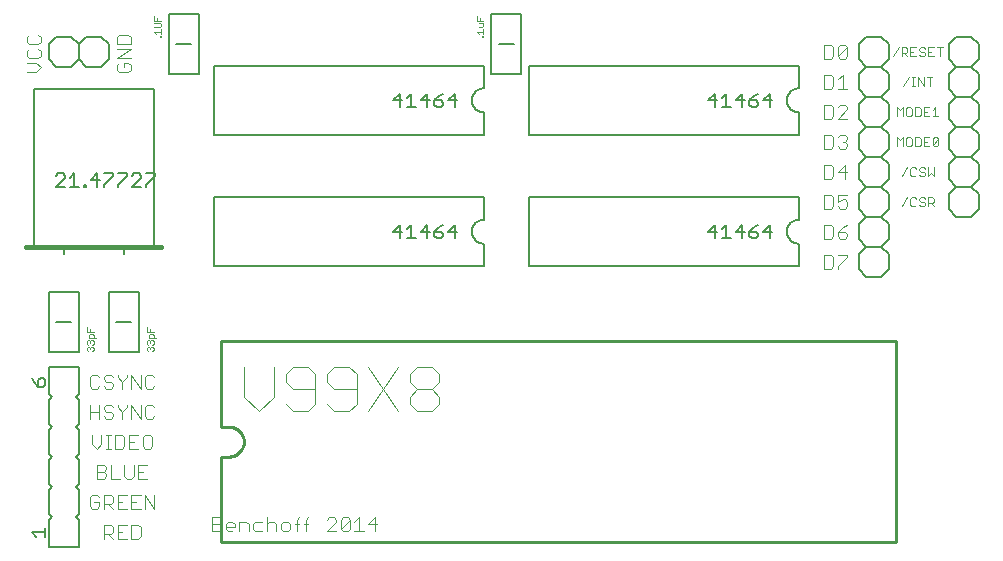
<source format=gto>
G75*
G70*
%OFA0B0*%
%FSLAX24Y24*%
%IPPOS*%
%LPD*%
%AMOC8*
5,1,8,0,0,1.08239X$1,22.5*
%
%ADD10C,0.0040*%
%ADD11C,0.0030*%
%ADD12C,0.0020*%
%ADD13C,0.0100*%
%ADD14C,0.0060*%
%ADD15C,0.0050*%
%ADD16C,0.0160*%
%ADD17C,0.0080*%
D10*
X003014Y001430D02*
X003014Y001890D01*
X003244Y001890D01*
X003321Y001814D01*
X003321Y001660D01*
X003244Y001583D01*
X003014Y001583D01*
X003168Y001583D02*
X003321Y001430D01*
X003475Y001430D02*
X003781Y001430D01*
X003935Y001430D02*
X004165Y001430D01*
X004242Y001507D01*
X004242Y001814D01*
X004165Y001890D01*
X003935Y001890D01*
X003935Y001430D01*
X003628Y001660D02*
X003475Y001660D01*
X003475Y001890D02*
X003475Y001430D01*
X003475Y001890D02*
X003781Y001890D01*
X003781Y002430D02*
X003475Y002430D01*
X003475Y002890D01*
X003781Y002890D01*
X003935Y002890D02*
X003935Y002430D01*
X004242Y002430D01*
X004395Y002430D02*
X004395Y002890D01*
X004702Y002430D01*
X004702Y002890D01*
X004242Y002890D02*
X003935Y002890D01*
X003935Y002660D02*
X004088Y002660D01*
X003628Y002660D02*
X003475Y002660D01*
X003321Y002660D02*
X003244Y002583D01*
X003014Y002583D01*
X003014Y002430D02*
X003014Y002890D01*
X003244Y002890D01*
X003321Y002814D01*
X003321Y002660D01*
X003168Y002583D02*
X003321Y002430D01*
X002861Y002507D02*
X002861Y002660D01*
X002707Y002660D01*
X002554Y002507D02*
X002631Y002430D01*
X002784Y002430D01*
X002861Y002507D01*
X002554Y002507D02*
X002554Y002814D01*
X002631Y002890D01*
X002784Y002890D01*
X002861Y002814D01*
X002784Y003430D02*
X003014Y003430D01*
X003091Y003507D01*
X003091Y003583D01*
X003014Y003660D01*
X002784Y003660D01*
X002784Y003430D02*
X002784Y003890D01*
X003014Y003890D01*
X003091Y003814D01*
X003091Y003737D01*
X003014Y003660D01*
X003244Y003430D02*
X003551Y003430D01*
X003705Y003507D02*
X003781Y003430D01*
X003935Y003430D01*
X004012Y003507D01*
X004012Y003890D01*
X004165Y003890D02*
X004165Y003430D01*
X004472Y003430D01*
X004319Y003660D02*
X004165Y003660D01*
X003705Y003507D02*
X003705Y003890D01*
X004165Y003890D02*
X004472Y003890D01*
X004395Y004430D02*
X004549Y004430D01*
X004626Y004507D01*
X004626Y004814D01*
X004549Y004890D01*
X004395Y004890D01*
X004319Y004814D01*
X004319Y004507D01*
X004395Y004430D01*
X004165Y004430D02*
X003858Y004430D01*
X003858Y004890D01*
X004165Y004890D01*
X004012Y004660D02*
X003858Y004660D01*
X003705Y004507D02*
X003705Y004814D01*
X003628Y004890D01*
X003398Y004890D01*
X003398Y004430D01*
X003628Y004430D01*
X003705Y004507D01*
X003244Y004430D02*
X003091Y004430D01*
X003168Y004430D02*
X003168Y004890D01*
X003244Y004890D02*
X003091Y004890D01*
X002937Y004890D02*
X002937Y004583D01*
X002784Y004430D01*
X002631Y004583D01*
X002631Y004890D01*
X002554Y005430D02*
X002554Y005890D01*
X002554Y005660D02*
X002861Y005660D01*
X003014Y005737D02*
X003014Y005814D01*
X003091Y005890D01*
X003244Y005890D01*
X003321Y005814D01*
X003475Y005814D02*
X003628Y005660D01*
X003628Y005430D01*
X003628Y005660D02*
X003781Y005814D01*
X003781Y005890D01*
X003935Y005890D02*
X004242Y005430D01*
X004242Y005890D01*
X004395Y005814D02*
X004395Y005507D01*
X004472Y005430D01*
X004626Y005430D01*
X004702Y005507D01*
X004702Y005814D02*
X004626Y005890D01*
X004472Y005890D01*
X004395Y005814D01*
X003935Y005890D02*
X003935Y005430D01*
X003321Y005507D02*
X003244Y005430D01*
X003091Y005430D01*
X003014Y005507D01*
X003091Y005660D02*
X003244Y005660D01*
X003321Y005583D01*
X003321Y005507D01*
X003091Y005660D02*
X003014Y005737D01*
X002861Y005890D02*
X002861Y005430D01*
X003475Y005814D02*
X003475Y005890D01*
X003628Y006430D02*
X003628Y006660D01*
X003781Y006814D01*
X003781Y006890D01*
X003935Y006890D02*
X004242Y006430D01*
X004242Y006890D01*
X004395Y006814D02*
X004395Y006507D01*
X004472Y006430D01*
X004626Y006430D01*
X004702Y006507D01*
X004702Y006814D02*
X004626Y006890D01*
X004472Y006890D01*
X004395Y006814D01*
X003935Y006890D02*
X003935Y006430D01*
X003628Y006660D02*
X003475Y006814D01*
X003475Y006890D01*
X003321Y006814D02*
X003244Y006890D01*
X003091Y006890D01*
X003014Y006814D01*
X003014Y006737D01*
X003091Y006660D01*
X003244Y006660D01*
X003321Y006583D01*
X003321Y006507D01*
X003244Y006430D01*
X003091Y006430D01*
X003014Y006507D01*
X002861Y006507D02*
X002784Y006430D01*
X002631Y006430D01*
X002554Y006507D01*
X002554Y006814D01*
X002631Y006890D01*
X002784Y006890D01*
X002861Y006814D01*
X003244Y003890D02*
X003244Y003430D01*
X006616Y002140D02*
X006616Y001680D01*
X006846Y001680D01*
X006923Y001757D01*
X006923Y001833D01*
X006846Y001910D01*
X006616Y001910D01*
X006846Y001910D02*
X006923Y001987D01*
X006923Y002064D01*
X006846Y002140D01*
X006616Y002140D01*
X007076Y001910D02*
X007153Y001987D01*
X007306Y001987D01*
X007383Y001910D01*
X007383Y001833D01*
X007076Y001833D01*
X007076Y001757D02*
X007076Y001910D01*
X007076Y001757D02*
X007153Y001680D01*
X007306Y001680D01*
X007536Y001680D02*
X007536Y001987D01*
X007767Y001987D01*
X007843Y001910D01*
X007843Y001680D01*
X007997Y001757D02*
X008074Y001680D01*
X008304Y001680D01*
X008457Y001680D02*
X008457Y002140D01*
X008534Y001987D02*
X008687Y001987D01*
X008764Y001910D01*
X008764Y001680D01*
X008918Y001757D02*
X008994Y001680D01*
X009148Y001680D01*
X009225Y001757D01*
X009225Y001910D01*
X009148Y001987D01*
X008994Y001987D01*
X008918Y001910D01*
X008918Y001757D01*
X008534Y001987D02*
X008457Y001910D01*
X008304Y001987D02*
X008074Y001987D01*
X007997Y001910D01*
X007997Y001757D01*
X009378Y001910D02*
X009531Y001910D01*
X009685Y001910D02*
X009838Y001910D01*
X009762Y002064D02*
X009762Y001680D01*
X009455Y001680D02*
X009455Y002064D01*
X009531Y002140D01*
X009762Y002064D02*
X009838Y002140D01*
X010452Y002064D02*
X010529Y002140D01*
X010682Y002140D01*
X010759Y002064D01*
X010759Y001987D01*
X010452Y001680D01*
X010759Y001680D01*
X010913Y001757D02*
X011220Y002064D01*
X011220Y001757D01*
X011143Y001680D01*
X010989Y001680D01*
X010913Y001757D01*
X010913Y002064D01*
X010989Y002140D01*
X011143Y002140D01*
X011220Y002064D01*
X011373Y001987D02*
X011527Y002140D01*
X011527Y001680D01*
X011680Y001680D02*
X011373Y001680D01*
X011833Y001910D02*
X012140Y001910D01*
X012064Y001680D02*
X012064Y002140D01*
X011833Y001910D01*
X027034Y010430D02*
X027264Y010430D01*
X027341Y010507D01*
X027341Y010814D01*
X027264Y010890D01*
X027034Y010890D01*
X027034Y010430D01*
X027494Y010430D02*
X027494Y010507D01*
X027801Y010814D01*
X027801Y010890D01*
X027494Y010890D01*
X027571Y011430D02*
X027494Y011507D01*
X027494Y011660D01*
X027725Y011660D01*
X027801Y011583D01*
X027801Y011507D01*
X027725Y011430D01*
X027571Y011430D01*
X027341Y011507D02*
X027341Y011814D01*
X027264Y011890D01*
X027034Y011890D01*
X027034Y011430D01*
X027264Y011430D01*
X027341Y011507D01*
X027494Y011660D02*
X027648Y011814D01*
X027801Y011890D01*
X027725Y012430D02*
X027571Y012430D01*
X027494Y012507D01*
X027341Y012507D02*
X027341Y012814D01*
X027264Y012890D01*
X027034Y012890D01*
X027034Y012430D01*
X027264Y012430D01*
X027341Y012507D01*
X027494Y012660D02*
X027648Y012737D01*
X027725Y012737D01*
X027801Y012660D01*
X027801Y012507D01*
X027725Y012430D01*
X027494Y012660D02*
X027494Y012890D01*
X027801Y012890D01*
X027725Y013430D02*
X027725Y013890D01*
X027494Y013660D01*
X027801Y013660D01*
X027341Y013507D02*
X027341Y013814D01*
X027264Y013890D01*
X027034Y013890D01*
X027034Y013430D01*
X027264Y013430D01*
X027341Y013507D01*
X027264Y014430D02*
X027034Y014430D01*
X027034Y014890D01*
X027264Y014890D01*
X027341Y014814D01*
X027341Y014507D01*
X027264Y014430D01*
X027494Y014507D02*
X027571Y014430D01*
X027725Y014430D01*
X027801Y014507D01*
X027801Y014583D01*
X027725Y014660D01*
X027648Y014660D01*
X027725Y014660D02*
X027801Y014737D01*
X027801Y014814D01*
X027725Y014890D01*
X027571Y014890D01*
X027494Y014814D01*
X027494Y015430D02*
X027801Y015737D01*
X027801Y015814D01*
X027725Y015890D01*
X027571Y015890D01*
X027494Y015814D01*
X027341Y015814D02*
X027264Y015890D01*
X027034Y015890D01*
X027034Y015430D01*
X027264Y015430D01*
X027341Y015507D01*
X027341Y015814D01*
X027494Y015430D02*
X027801Y015430D01*
X027801Y016430D02*
X027494Y016430D01*
X027648Y016430D02*
X027648Y016890D01*
X027494Y016737D01*
X027341Y016814D02*
X027264Y016890D01*
X027034Y016890D01*
X027034Y016430D01*
X027264Y016430D01*
X027341Y016507D01*
X027341Y016814D01*
X027264Y017430D02*
X027034Y017430D01*
X027034Y017890D01*
X027264Y017890D01*
X027341Y017814D01*
X027341Y017507D01*
X027264Y017430D01*
X027494Y017507D02*
X027801Y017814D01*
X027801Y017507D01*
X027725Y017430D01*
X027571Y017430D01*
X027494Y017507D01*
X027494Y017814D01*
X027571Y017890D01*
X027725Y017890D01*
X027801Y017814D01*
X003915Y017757D02*
X003454Y017757D01*
X003454Y017910D02*
X003454Y018140D01*
X003531Y018217D01*
X003838Y018217D01*
X003915Y018140D01*
X003915Y017910D01*
X003454Y017910D01*
X003454Y017450D02*
X003915Y017757D01*
X003915Y017450D02*
X003454Y017450D01*
X003531Y017296D02*
X003454Y017220D01*
X003454Y017066D01*
X003531Y016989D01*
X003838Y016989D01*
X003915Y017066D01*
X003915Y017220D01*
X003838Y017296D01*
X003685Y017296D01*
X003685Y017143D01*
X000915Y017143D02*
X000761Y016989D01*
X000454Y016989D01*
X000761Y017296D02*
X000915Y017143D01*
X000761Y017296D02*
X000454Y017296D01*
X000531Y017450D02*
X000838Y017450D01*
X000915Y017527D01*
X000915Y017680D01*
X000838Y017757D01*
X000838Y017910D02*
X000531Y017910D01*
X000454Y017987D01*
X000454Y018140D01*
X000531Y018217D01*
X000838Y018217D02*
X000915Y018140D01*
X000915Y017987D01*
X000838Y017910D01*
X000531Y017757D02*
X000454Y017680D01*
X000454Y017527D01*
X000531Y017450D01*
D11*
X029316Y017515D02*
X029509Y017805D01*
X029610Y017805D02*
X029756Y017805D01*
X029804Y017757D01*
X029804Y017660D01*
X029756Y017612D01*
X029610Y017612D01*
X029610Y017515D02*
X029610Y017805D01*
X029707Y017612D02*
X029804Y017515D01*
X029905Y017515D02*
X030099Y017515D01*
X030200Y017563D02*
X030248Y017515D01*
X030345Y017515D01*
X030393Y017563D01*
X030393Y017612D01*
X030345Y017660D01*
X030248Y017660D01*
X030200Y017708D01*
X030200Y017757D01*
X030248Y017805D01*
X030345Y017805D01*
X030393Y017757D01*
X030494Y017805D02*
X030494Y017515D01*
X030688Y017515D01*
X030591Y017660D02*
X030494Y017660D01*
X030494Y017805D02*
X030688Y017805D01*
X030789Y017805D02*
X030983Y017805D01*
X030886Y017805D02*
X030886Y017515D01*
X030099Y017805D02*
X029905Y017805D01*
X029905Y017515D01*
X029905Y017660D02*
X030002Y017660D01*
X030003Y016805D02*
X030003Y016515D01*
X030051Y016515D02*
X029954Y016515D01*
X030151Y016515D02*
X030151Y016805D01*
X030344Y016515D01*
X030344Y016805D01*
X030445Y016805D02*
X030639Y016805D01*
X030542Y016805D02*
X030542Y016515D01*
X030051Y016805D02*
X029954Y016805D01*
X029853Y016805D02*
X029660Y016515D01*
X029657Y015805D02*
X029657Y015515D01*
X029758Y015563D02*
X029806Y015515D01*
X029903Y015515D01*
X029951Y015563D01*
X029951Y015757D01*
X029903Y015805D01*
X029806Y015805D01*
X029758Y015757D01*
X029758Y015563D01*
X029560Y015708D02*
X029463Y015805D01*
X029463Y015515D01*
X029560Y015708D02*
X029657Y015805D01*
X030052Y015805D02*
X030052Y015515D01*
X030198Y015515D01*
X030246Y015563D01*
X030246Y015757D01*
X030198Y015805D01*
X030052Y015805D01*
X030347Y015805D02*
X030347Y015515D01*
X030541Y015515D01*
X030642Y015515D02*
X030835Y015515D01*
X030738Y015515D02*
X030738Y015805D01*
X030642Y015708D01*
X030541Y015805D02*
X030347Y015805D01*
X030347Y015660D02*
X030444Y015660D01*
X030541Y014805D02*
X030347Y014805D01*
X030347Y014515D01*
X030541Y014515D01*
X030642Y014563D02*
X030835Y014757D01*
X030835Y014563D01*
X030787Y014515D01*
X030690Y014515D01*
X030642Y014563D01*
X030642Y014757D01*
X030690Y014805D01*
X030787Y014805D01*
X030835Y014757D01*
X030444Y014660D02*
X030347Y014660D01*
X030246Y014563D02*
X030246Y014757D01*
X030198Y014805D01*
X030052Y014805D01*
X030052Y014515D01*
X030198Y014515D01*
X030246Y014563D01*
X029951Y014563D02*
X029951Y014757D01*
X029903Y014805D01*
X029806Y014805D01*
X029758Y014757D01*
X029758Y014563D01*
X029806Y014515D01*
X029903Y014515D01*
X029951Y014563D01*
X029657Y014515D02*
X029657Y014805D01*
X029560Y014708D01*
X029463Y014805D01*
X029463Y014515D01*
X029804Y013805D02*
X029610Y013515D01*
X029905Y013563D02*
X029953Y013515D01*
X030050Y013515D01*
X030099Y013563D01*
X030200Y013563D02*
X030248Y013515D01*
X030345Y013515D01*
X030393Y013563D01*
X030393Y013612D01*
X030345Y013660D01*
X030248Y013660D01*
X030200Y013708D01*
X030200Y013757D01*
X030248Y013805D01*
X030345Y013805D01*
X030393Y013757D01*
X030494Y013805D02*
X030494Y013515D01*
X030591Y013612D01*
X030688Y013515D01*
X030688Y013805D01*
X030099Y013757D02*
X030050Y013805D01*
X029953Y013805D01*
X029905Y013757D01*
X029905Y013563D01*
X029953Y012805D02*
X029905Y012757D01*
X029905Y012563D01*
X029953Y012515D01*
X030050Y012515D01*
X030099Y012563D01*
X030200Y012563D02*
X030248Y012515D01*
X030345Y012515D01*
X030393Y012563D01*
X030393Y012612D01*
X030345Y012660D01*
X030248Y012660D01*
X030200Y012708D01*
X030200Y012757D01*
X030248Y012805D01*
X030345Y012805D01*
X030393Y012757D01*
X030494Y012805D02*
X030494Y012515D01*
X030494Y012612D02*
X030640Y012612D01*
X030688Y012660D01*
X030688Y012757D01*
X030640Y012805D01*
X030494Y012805D01*
X030591Y012612D02*
X030688Y012515D01*
X030099Y012757D02*
X030050Y012805D01*
X029953Y012805D01*
X029804Y012805D02*
X029610Y012515D01*
D12*
X015665Y018147D02*
X015665Y018183D01*
X015628Y018183D01*
X015628Y018147D01*
X015665Y018147D01*
X015665Y018257D02*
X015665Y018404D01*
X015665Y018330D02*
X015445Y018330D01*
X015518Y018257D01*
X015518Y018478D02*
X015628Y018478D01*
X015665Y018515D01*
X015665Y018625D01*
X015518Y018625D01*
X015555Y018699D02*
X015555Y018772D01*
X015665Y018699D02*
X015445Y018699D01*
X015445Y018846D01*
X004915Y018699D02*
X004695Y018699D01*
X004695Y018846D01*
X004805Y018772D02*
X004805Y018699D01*
X004878Y018625D02*
X004695Y018625D01*
X004695Y018478D02*
X004878Y018478D01*
X004915Y018515D01*
X004915Y018588D01*
X004878Y018625D01*
X004915Y018404D02*
X004915Y018257D01*
X004915Y018330D02*
X004695Y018330D01*
X004768Y018257D01*
X004878Y018183D02*
X004915Y018183D01*
X004915Y018147D01*
X004878Y018147D01*
X004878Y018183D01*
X004455Y008480D02*
X004455Y008333D01*
X004675Y008333D01*
X004638Y008259D02*
X004675Y008222D01*
X004675Y008112D01*
X004748Y008112D02*
X004528Y008112D01*
X004528Y008222D01*
X004565Y008259D01*
X004638Y008259D01*
X004565Y008333D02*
X004565Y008406D01*
X004601Y008038D02*
X004638Y008038D01*
X004675Y008001D01*
X004675Y007928D01*
X004638Y007891D01*
X004638Y007817D02*
X004675Y007780D01*
X004675Y007707D01*
X004638Y007670D01*
X004565Y007743D02*
X004565Y007780D01*
X004601Y007817D01*
X004638Y007817D01*
X004565Y007780D02*
X004528Y007817D01*
X004491Y007817D01*
X004455Y007780D01*
X004455Y007707D01*
X004491Y007670D01*
X004491Y007891D02*
X004455Y007928D01*
X004455Y008001D01*
X004491Y008038D01*
X004528Y008038D01*
X004565Y008001D01*
X004601Y008038D01*
X004565Y008001D02*
X004565Y007964D01*
X002748Y008112D02*
X002528Y008112D01*
X002528Y008222D01*
X002565Y008259D01*
X002638Y008259D01*
X002675Y008222D01*
X002675Y008112D01*
X002638Y008038D02*
X002675Y008001D01*
X002675Y007928D01*
X002638Y007891D01*
X002638Y007817D02*
X002675Y007780D01*
X002675Y007707D01*
X002638Y007670D01*
X002565Y007743D02*
X002565Y007780D01*
X002601Y007817D01*
X002638Y007817D01*
X002565Y007780D02*
X002528Y007817D01*
X002491Y007817D01*
X002455Y007780D01*
X002455Y007707D01*
X002491Y007670D01*
X002491Y007891D02*
X002455Y007928D01*
X002455Y008001D01*
X002491Y008038D01*
X002528Y008038D01*
X002565Y008001D01*
X002601Y008038D01*
X002638Y008038D01*
X002565Y008001D02*
X002565Y007964D01*
X002565Y008333D02*
X002565Y008406D01*
X002675Y008333D02*
X002455Y008333D01*
X002455Y008480D01*
X007695Y007151D02*
X007695Y006164D01*
X008189Y005670D01*
X008682Y006164D01*
X008682Y007151D01*
X009076Y006904D02*
X009076Y006658D01*
X009323Y006411D01*
X010063Y006411D01*
X010457Y006658D02*
X010704Y006411D01*
X011445Y006411D01*
X011445Y006904D02*
X011198Y007151D01*
X010704Y007151D01*
X010457Y006904D01*
X010457Y006658D01*
X010063Y006904D02*
X009817Y007151D01*
X009323Y007151D01*
X009076Y006904D01*
X010063Y006904D02*
X010063Y005917D01*
X009817Y005670D01*
X009323Y005670D01*
X009076Y005917D01*
X010457Y005917D02*
X010704Y005670D01*
X011198Y005670D01*
X011445Y005917D01*
X011445Y006904D01*
X011838Y007151D02*
X012826Y005670D01*
X013219Y005917D02*
X013219Y006164D01*
X013466Y006411D01*
X013960Y006411D01*
X014207Y006164D01*
X014207Y005917D01*
X013960Y005670D01*
X013466Y005670D01*
X013219Y005917D01*
X013466Y006411D02*
X013219Y006658D01*
X013219Y006904D01*
X013466Y007151D01*
X013960Y007151D01*
X014207Y006904D01*
X014207Y006658D01*
X013960Y006411D01*
X012826Y007151D02*
X011838Y005670D01*
D13*
X007185Y005160D02*
X006935Y005160D01*
X006935Y008006D01*
X029435Y008006D01*
X029435Y001314D01*
X006935Y001314D01*
X006935Y004160D01*
X007185Y004160D01*
X007229Y004162D01*
X007272Y004168D01*
X007314Y004177D01*
X007356Y004190D01*
X007396Y004207D01*
X007435Y004227D01*
X007472Y004250D01*
X007506Y004277D01*
X007539Y004306D01*
X007568Y004339D01*
X007595Y004373D01*
X007618Y004410D01*
X007638Y004449D01*
X007655Y004489D01*
X007668Y004531D01*
X007677Y004573D01*
X007683Y004616D01*
X007685Y004660D01*
X007683Y004704D01*
X007677Y004747D01*
X007668Y004789D01*
X007655Y004831D01*
X007638Y004871D01*
X007618Y004910D01*
X007595Y004947D01*
X007568Y004981D01*
X007539Y005014D01*
X007506Y005043D01*
X007472Y005070D01*
X007435Y005093D01*
X007396Y005113D01*
X007356Y005130D01*
X007314Y005143D01*
X007272Y005152D01*
X007229Y005158D01*
X007185Y005160D01*
D14*
X001185Y002060D02*
X001185Y001160D01*
X002185Y001160D01*
X002185Y002060D01*
X002085Y002160D01*
X002185Y002260D01*
X002185Y003060D01*
X002085Y003160D01*
X002185Y003260D01*
X002185Y004060D01*
X002085Y004160D01*
X002185Y004260D01*
X002185Y005060D01*
X002085Y005160D01*
X002185Y005260D01*
X002185Y006060D01*
X002085Y006160D01*
X002185Y006260D01*
X002185Y007160D01*
X001185Y007160D01*
X001185Y006260D01*
X001285Y006160D01*
X001185Y006060D01*
X001185Y005260D01*
X001285Y005160D01*
X001185Y005060D01*
X001185Y004260D01*
X001285Y004160D01*
X001185Y004060D01*
X001185Y003260D01*
X001285Y003160D01*
X001185Y003060D01*
X001185Y002260D01*
X001285Y002160D01*
X001185Y002060D01*
X006685Y010510D02*
X006685Y012810D01*
X015685Y012810D01*
X015685Y012060D01*
X015646Y012058D01*
X015607Y012052D01*
X015569Y012043D01*
X015532Y012030D01*
X015496Y012013D01*
X015463Y011993D01*
X015431Y011969D01*
X015402Y011943D01*
X015376Y011914D01*
X015352Y011882D01*
X015332Y011849D01*
X015315Y011813D01*
X015302Y011776D01*
X015293Y011738D01*
X015287Y011699D01*
X015285Y011660D01*
X015287Y011621D01*
X015293Y011582D01*
X015302Y011544D01*
X015315Y011507D01*
X015332Y011471D01*
X015352Y011438D01*
X015376Y011406D01*
X015402Y011377D01*
X015431Y011351D01*
X015463Y011327D01*
X015496Y011307D01*
X015532Y011290D01*
X015569Y011277D01*
X015607Y011268D01*
X015646Y011262D01*
X015685Y011260D01*
X015685Y010510D01*
X006685Y010510D01*
X004685Y011160D02*
X004685Y016410D01*
X000685Y016410D01*
X000685Y011160D01*
X001685Y011160D02*
X001685Y010910D01*
X003685Y010910D02*
X003685Y011160D01*
X006685Y014890D02*
X006685Y017190D01*
X015685Y017190D01*
X015685Y016440D01*
X015646Y016438D01*
X015607Y016432D01*
X015569Y016423D01*
X015532Y016410D01*
X015496Y016393D01*
X015463Y016373D01*
X015431Y016349D01*
X015402Y016323D01*
X015376Y016294D01*
X015352Y016262D01*
X015332Y016229D01*
X015315Y016193D01*
X015302Y016156D01*
X015293Y016118D01*
X015287Y016079D01*
X015285Y016040D01*
X015287Y016001D01*
X015293Y015962D01*
X015302Y015924D01*
X015315Y015887D01*
X015332Y015851D01*
X015352Y015818D01*
X015376Y015786D01*
X015402Y015757D01*
X015431Y015731D01*
X015463Y015707D01*
X015496Y015687D01*
X015532Y015670D01*
X015569Y015657D01*
X015607Y015648D01*
X015646Y015642D01*
X015685Y015640D01*
X015685Y014890D01*
X006685Y014890D01*
X003185Y017410D02*
X002935Y017160D01*
X002435Y017160D01*
X002185Y017410D01*
X001935Y017160D01*
X001435Y017160D01*
X001185Y017410D01*
X001185Y017910D01*
X001435Y018160D01*
X001935Y018160D01*
X002185Y017910D01*
X002435Y018160D01*
X002935Y018160D01*
X003185Y017910D01*
X003185Y017410D01*
X002185Y017410D02*
X002185Y017910D01*
X017185Y017190D02*
X017185Y014890D01*
X026185Y014890D01*
X026185Y015640D01*
X026146Y015642D01*
X026107Y015648D01*
X026069Y015657D01*
X026032Y015670D01*
X025996Y015687D01*
X025963Y015707D01*
X025931Y015731D01*
X025902Y015757D01*
X025876Y015786D01*
X025852Y015818D01*
X025832Y015851D01*
X025815Y015887D01*
X025802Y015924D01*
X025793Y015962D01*
X025787Y016001D01*
X025785Y016040D01*
X025787Y016079D01*
X025793Y016118D01*
X025802Y016156D01*
X025815Y016193D01*
X025832Y016229D01*
X025852Y016262D01*
X025876Y016294D01*
X025902Y016323D01*
X025931Y016349D01*
X025963Y016373D01*
X025996Y016393D01*
X026032Y016410D01*
X026069Y016423D01*
X026107Y016432D01*
X026146Y016438D01*
X026185Y016440D01*
X026185Y017190D01*
X017185Y017190D01*
X017185Y012810D02*
X017185Y010510D01*
X026185Y010510D01*
X026185Y011260D01*
X026146Y011262D01*
X026107Y011268D01*
X026069Y011277D01*
X026032Y011290D01*
X025996Y011307D01*
X025963Y011327D01*
X025931Y011351D01*
X025902Y011377D01*
X025876Y011406D01*
X025852Y011438D01*
X025832Y011471D01*
X025815Y011507D01*
X025802Y011544D01*
X025793Y011582D01*
X025787Y011621D01*
X025785Y011660D01*
X025787Y011699D01*
X025793Y011738D01*
X025802Y011776D01*
X025815Y011813D01*
X025832Y011849D01*
X025852Y011882D01*
X025876Y011914D01*
X025902Y011943D01*
X025931Y011969D01*
X025963Y011993D01*
X025996Y012013D01*
X026032Y012030D01*
X026069Y012043D01*
X026107Y012052D01*
X026146Y012058D01*
X026185Y012060D01*
X026185Y012810D01*
X017185Y012810D01*
X028185Y012910D02*
X028185Y012410D01*
X028435Y012160D01*
X028935Y012160D01*
X029185Y011910D01*
X029185Y011410D01*
X028935Y011160D01*
X029185Y010910D01*
X029185Y010410D01*
X028935Y010160D01*
X028435Y010160D01*
X028185Y010410D01*
X028185Y010910D01*
X028435Y011160D01*
X028185Y011410D01*
X028185Y011910D01*
X028435Y012160D01*
X028935Y012160D02*
X029185Y012410D01*
X029185Y012910D01*
X028935Y013160D01*
X029185Y013410D01*
X029185Y013910D01*
X028935Y014160D01*
X029185Y014410D01*
X029185Y014910D01*
X028935Y015160D01*
X028435Y015160D01*
X028185Y014910D01*
X028185Y014410D01*
X028435Y014160D01*
X028935Y014160D01*
X028435Y014160D02*
X028185Y013910D01*
X028185Y013410D01*
X028435Y013160D01*
X028935Y013160D01*
X028435Y013160D02*
X028185Y012910D01*
X028435Y011160D02*
X028935Y011160D01*
X031185Y012410D02*
X031185Y012910D01*
X031435Y013160D01*
X031185Y013410D01*
X031185Y013910D01*
X031435Y014160D01*
X031185Y014410D01*
X031185Y014910D01*
X031435Y015160D01*
X031185Y015410D01*
X031185Y015910D01*
X031435Y016160D01*
X031185Y016410D01*
X031185Y016910D01*
X031435Y017160D01*
X031185Y017410D01*
X031185Y017910D01*
X031435Y018160D01*
X031935Y018160D01*
X032185Y017910D01*
X032185Y017410D01*
X031935Y017160D01*
X032185Y016910D01*
X032185Y016410D01*
X031935Y016160D01*
X031435Y016160D01*
X031935Y016160D02*
X032185Y015910D01*
X032185Y015410D01*
X031935Y015160D01*
X032185Y014910D01*
X032185Y014410D01*
X031935Y014160D01*
X032185Y013910D01*
X032185Y013410D01*
X031935Y013160D01*
X032185Y012910D01*
X032185Y012410D01*
X031935Y012160D01*
X031435Y012160D01*
X031185Y012410D01*
X031435Y013160D02*
X031935Y013160D01*
X031935Y014160D02*
X031435Y014160D01*
X031435Y015160D02*
X031935Y015160D01*
X029185Y015410D02*
X028935Y015160D01*
X029185Y015410D02*
X029185Y015910D01*
X028935Y016160D01*
X029185Y016410D01*
X029185Y016910D01*
X028935Y017160D01*
X029185Y017410D01*
X029185Y017910D01*
X028935Y018160D01*
X028435Y018160D01*
X028185Y017910D01*
X028185Y017410D01*
X028435Y017160D01*
X028935Y017160D01*
X028435Y017160D02*
X028185Y016910D01*
X028185Y016410D01*
X028435Y016160D01*
X028935Y016160D01*
X028435Y016160D02*
X028185Y015910D01*
X028185Y015410D01*
X028435Y015160D01*
X031435Y017160D02*
X031935Y017160D01*
D15*
X025300Y016040D02*
X024999Y016040D01*
X025225Y016265D01*
X025225Y015815D01*
X024839Y015890D02*
X024764Y015815D01*
X024614Y015815D01*
X024539Y015890D01*
X024539Y016040D01*
X024764Y016040D01*
X024839Y015965D01*
X024839Y015890D01*
X024689Y016190D02*
X024539Y016040D01*
X024379Y016040D02*
X024079Y016040D01*
X024304Y016265D01*
X024304Y015815D01*
X023918Y015815D02*
X023618Y015815D01*
X023768Y015815D02*
X023768Y016265D01*
X023618Y016115D01*
X023458Y016040D02*
X023158Y016040D01*
X023383Y016265D01*
X023383Y015815D01*
X024689Y016190D02*
X024839Y016265D01*
X024839Y011885D02*
X024689Y011810D01*
X024539Y011660D01*
X024764Y011660D01*
X024839Y011585D01*
X024839Y011510D01*
X024764Y011435D01*
X024614Y011435D01*
X024539Y011510D01*
X024539Y011660D01*
X024379Y011660D02*
X024079Y011660D01*
X024304Y011885D01*
X024304Y011435D01*
X023918Y011435D02*
X023618Y011435D01*
X023768Y011435D02*
X023768Y011885D01*
X023618Y011735D01*
X023458Y011660D02*
X023158Y011660D01*
X023383Y011885D01*
X023383Y011435D01*
X024999Y011660D02*
X025300Y011660D01*
X025225Y011435D02*
X025225Y011885D01*
X024999Y011660D01*
X014800Y011660D02*
X014499Y011660D01*
X014725Y011885D01*
X014725Y011435D01*
X014339Y011510D02*
X014339Y011585D01*
X014264Y011660D01*
X014039Y011660D01*
X014039Y011510D01*
X014114Y011435D01*
X014264Y011435D01*
X014339Y011510D01*
X014189Y011810D02*
X014039Y011660D01*
X013879Y011660D02*
X013579Y011660D01*
X013804Y011885D01*
X013804Y011435D01*
X013418Y011435D02*
X013118Y011435D01*
X013268Y011435D02*
X013268Y011885D01*
X013118Y011735D01*
X012958Y011660D02*
X012658Y011660D01*
X012883Y011885D01*
X012883Y011435D01*
X014189Y011810D02*
X014339Y011885D01*
X014264Y015815D02*
X014114Y015815D01*
X014039Y015890D01*
X014039Y016040D01*
X014264Y016040D01*
X014339Y015965D01*
X014339Y015890D01*
X014264Y015815D01*
X014039Y016040D02*
X014189Y016190D01*
X014339Y016265D01*
X014499Y016040D02*
X014725Y016265D01*
X014725Y015815D01*
X014800Y016040D02*
X014499Y016040D01*
X013879Y016040D02*
X013579Y016040D01*
X013804Y016265D01*
X013804Y015815D01*
X013418Y015815D02*
X013118Y015815D01*
X013268Y015815D02*
X013268Y016265D01*
X013118Y016115D01*
X012958Y016040D02*
X012658Y016040D01*
X012883Y016265D01*
X012883Y015815D01*
X004723Y013605D02*
X004723Y013530D01*
X004422Y013230D01*
X004422Y013155D01*
X004262Y013155D02*
X003962Y013155D01*
X004262Y013455D01*
X004262Y013530D01*
X004187Y013605D01*
X004037Y013605D01*
X003962Y013530D01*
X003802Y013530D02*
X003502Y013230D01*
X003502Y013155D01*
X003341Y013530D02*
X003041Y013230D01*
X003041Y013155D01*
X002806Y013155D02*
X002806Y013605D01*
X002581Y013380D01*
X002881Y013380D01*
X003041Y013605D02*
X003341Y013605D01*
X003341Y013530D01*
X003502Y013605D02*
X003802Y013605D01*
X003802Y013530D01*
X004422Y013605D02*
X004723Y013605D01*
X002426Y013230D02*
X002426Y013155D01*
X002351Y013155D01*
X002351Y013230D01*
X002426Y013230D01*
X002190Y013155D02*
X001890Y013155D01*
X002040Y013155D02*
X002040Y013605D01*
X001890Y013455D01*
X001730Y013455D02*
X001730Y013530D01*
X001655Y013605D01*
X001505Y013605D01*
X001430Y013530D01*
X001730Y013455D02*
X001430Y013155D01*
X001730Y013155D01*
X000985Y006785D02*
X000910Y006785D01*
X000835Y006710D01*
X000835Y006485D01*
X000985Y006485D01*
X001060Y006560D01*
X001060Y006710D01*
X000985Y006785D01*
X000835Y006485D02*
X000684Y006635D01*
X000609Y006785D01*
X001060Y001785D02*
X001060Y001485D01*
X001060Y001635D02*
X000609Y001635D01*
X000759Y001485D01*
D16*
X000685Y011160D02*
X000435Y011160D01*
X000685Y011160D02*
X001685Y011160D01*
X003685Y011160D01*
X004685Y011160D01*
X004935Y011160D01*
D17*
X004185Y009660D02*
X003185Y009660D01*
X003185Y007660D01*
X004185Y007660D01*
X004185Y009660D01*
X003935Y008660D02*
X003435Y008660D01*
X001935Y008660D02*
X001435Y008660D01*
X001185Y007660D02*
X002185Y007660D01*
X002185Y009660D01*
X001185Y009660D01*
X001185Y007660D01*
X005185Y016910D02*
X005185Y018910D01*
X006185Y018910D01*
X006185Y016910D01*
X005185Y016910D01*
X005435Y017910D02*
X005935Y017910D01*
X015935Y016910D02*
X015935Y018910D01*
X016935Y018910D01*
X016935Y016910D01*
X015935Y016910D01*
X016185Y017910D02*
X016685Y017910D01*
M02*

</source>
